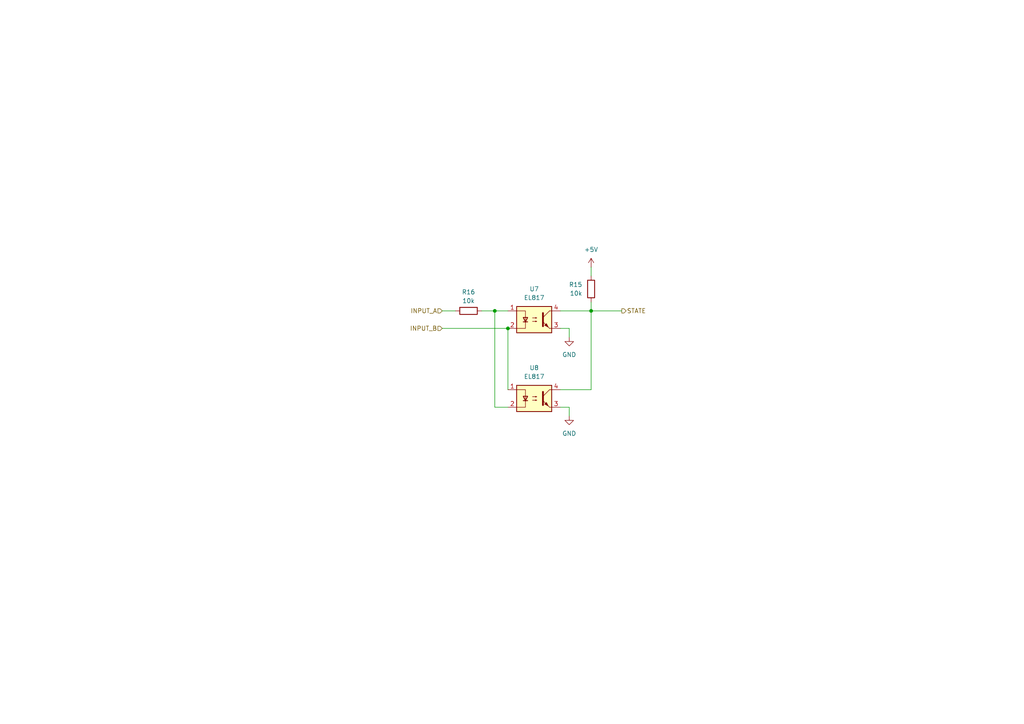
<source format=kicad_sch>
(kicad_sch (version 20231120) (generator "eeschema") (generator_version "8.0")
  (paper "A4")
  (lib_symbols
    (symbol "Device:R" (pin_numbers hide) (pin_names (offset 0))
      (property "Reference" "R" (at 2.032 0 90))
      (property "Value" "R" (at 0 0 90))
      (symbol "R_0_1"
        (rectangle (start -1.016 -2.54) (end 1.016 2.54) (stroke (width 0.254)))
      )
      (symbol "R_1_1"
        (pin passive line (at 0 3.81 270) (length 1.27) (name "~") (number "1"))
        (pin passive line (at 0 -3.81 90) (length 1.27) (name "~") (number "2"))
      )
    )
    (symbol "Isolator:EL817" (pin_names (offset 1.016))
      (property "Reference" "U" (at -5.08 5.08 0))
      (property "Value" "EL817" (at 0 5.08 0))
      (symbol "EL817_0_1"
        (rectangle (start -5.08 3.81) (end 5.08 -3.81) (stroke (width 0.254)) (fill (type background)))
        (polyline (pts (xy -3.175 -0.635) (xy -1.905 -0.635)) (stroke (width 0.254)))
        (polyline (pts (xy 2.54 0.635) (xy 4.445 2.54)))
        (polyline (pts (xy 4.445 -2.54) (xy 2.54 -0.635)) (fill (type outline)))
        (polyline (pts (xy 4.445 -2.54) (xy 5.08 -2.54)))
        (polyline (pts (xy 4.445 2.54) (xy 5.08 2.54)))
        (polyline (pts (xy -5.08 2.54) (xy -2.54 2.54) (xy -2.54 -0.635)))
        (polyline (pts (xy -2.54 -0.635) (xy -2.54 -2.54) (xy -5.08 -2.54)))
        (polyline (pts (xy 2.54 1.905) (xy 2.54 -1.905) (xy 2.54 -1.905)) (stroke (width 0.508)))
        (polyline (pts (xy -2.54 -0.635) (xy -3.175 0.635) (xy -1.905 0.635) (xy -2.54 -0.635)) (stroke (width 0.254)))
        (polyline (pts (xy -0.508 -0.508) (xy 0.762 -0.508) (xy 0.381 -0.635) (xy 0.381 -0.381) (xy 0.762 -0.508)))
        (polyline (pts (xy -0.508 0.508) (xy 0.762 0.508) (xy 0.381 0.381) (xy 0.381 0.635) (xy 0.762 0.508)))
        (polyline (pts (xy 3.048 -1.651) (xy 3.556 -1.143) (xy 4.064 -2.159) (xy 3.048 -1.651) (xy 3.048 -1.651)) (fill (type outline)))
      )
      (symbol "EL817_1_1"
        (pin passive line (at -7.62 2.54 0) (length 2.54) (name "~") (number "1"))
        (pin passive line (at -7.62 -2.54 0) (length 2.54) (name "~") (number "2"))
        (pin passive line (at 7.62 -2.54 180) (length 2.54) (name "~") (number "3"))
        (pin passive line (at 7.62 2.54 180) (length 2.54) (name "~") (number "4"))
      )
    )
    (symbol "power:+5V" (power) (pin_numbers hide) (pin_names (offset 0) hide)
      (property "Value" "+5V" (at 0 3.556 0))
      (symbol "+5V_0_1"
        (polyline (pts (xy -0.762 1.27) (xy 0 2.54)))
        (polyline (pts (xy 0 0) (xy 0 2.54)))
        (polyline (pts (xy 0 2.54) (xy 0.762 1.27)))
      )
      (symbol "+5V_1_1"
        (pin power_in line (at 0 0 90) (length 0) (name "~") (number "1"))
      )
    )
    (symbol "power:GND" (power) (pin_numbers hide) (pin_names (offset 0) hide)
      (property "Value" "GND" (at 0 -3.81 0))
      (symbol "GND_0_1"
        (polyline (pts (xy 0 0) (xy 0 -1.27) (xy 1.27 -1.27) (xy 0 -2.54) (xy -1.27 -1.27) (xy 0 -1.27)))
      )
      (symbol "GND_1_1"
        (pin power_in line (at 0 0 270) (length 0) (name "~") (number "1"))
      )
    )
  )
  (junction (at 147.32 95.25))
  (junction (at 143.51 90.17))
  (junction (at 171.45 90.17))
  (wire (pts (xy 171.45 90.17) (xy 162.56 90.17)))
  (wire (pts (xy 165.1 118.11) (xy 162.56 118.11)))
  (wire (pts (xy 165.1 120.65) (xy 165.1 118.11)))
  (wire (pts (xy 171.45 80.01) (xy 171.45 77.47)))
  (wire (pts (xy 180.34 90.17) (xy 171.45 90.17)))
  (wire (pts (xy 143.51 90.17) (xy 147.32 90.17)))
  (wire (pts (xy 128.27 95.25) (xy 147.32 95.25)))
  (wire (pts (xy 139.7 90.17) (xy 143.51 90.17)))
  (wire (pts (xy 171.45 87.63) (xy 171.45 90.17)))
  (wire (pts (xy 165.1 95.25) (xy 162.56 95.25)))
  (wire (pts (xy 143.51 118.11) (xy 143.51 90.17)))
  (wire (pts (xy 147.32 95.25) (xy 147.32 113.03)))
  (wire (pts (xy 128.27 90.17) (xy 132.08 90.17)))
  (wire (pts (xy 147.32 118.11) (xy 143.51 118.11)))
  (wire (pts (xy 162.56 113.03) (xy 171.45 113.03)))
  (wire (pts (xy 171.45 113.03) (xy 171.45 90.17)))
  (wire (pts (xy 165.1 97.79) (xy 165.1 95.25)))
  (hierarchical_label "STATE" (shape output) (at 180.34 90.17 0))
  (hierarchical_label "INPUT_B" (shape input) (at 128.27 95.25 180))
  (hierarchical_label "INPUT_A" (shape input) (at 128.27 90.17 180))
  (symbol (lib_id "Isolator:EL817") (at 154.94 92.71 0) (unit 1)
    (property "Reference" "U7" (at 154.94 83.82 0))
    (property "Value" "EL817" (at 154.94 86.36 0))
    (property "Footprint" "Package_DIP:DIP-4_W7.62mm_SMDSocket_SmallPads" (effects (hide yes)))
    (property "Datasheet" "http://www.everlight.com/file/ProductFile/EL817.pdf" (effects (hide yes)))
    (property "Description" "DC Optocoupler, Vce 35V, DIP-4" (effects (hide yes)))
  )
  (symbol (lib_id "Isolator:EL817") (at 154.94 115.57 0) (unit 1)
    (property "Reference" "U8" (at 154.94 106.68 0))
    (property "Value" "EL817" (at 154.94 109.22 0))
    (property "Footprint" "Package_DIP:DIP-4_W7.62mm_SMDSocket_SmallPads" (effects (hide yes)))
    (property "Datasheet" "http://www.everlight.com/file/ProductFile/EL817.pdf" (effects (hide yes)))
    (property "Description" "DC Optocoupler, Vce 35V, DIP-4" (effects (hide yes)))
  )
  (symbol (lib_id "power:+5V") (at 171.45 77.47 0) (mirror y) (unit 1)
    (property "Reference" "#PWR031" (effects (hide yes)))
    (property "Value" "+5V" (at 171.45 72.39 0))
    (property "Description" "Power symbol creates a global label with name \"+5V\"" (effects (hide yes)))
  )
  (symbol (lib_id "Device:R") (at 135.89 90.17 90) (mirror x) (unit 1)
    (property "Reference" "R16" (at 135.89 84.7155 90))
    (property "Value" "10k" (at 135.89 87.2555 90))
    (property "Footprint" "Resistor_SMD:R_0805_2012Metric_Pad1.20x1.40mm_HandSolder" (effects (hide yes)))
    (property "Description" "Resistor" (effects (hide yes)))
  )
  (symbol (lib_id "Device:R") (at 171.45 83.82 0) (mirror y) (unit 1)
    (property "Reference" "R15" (at 168.91 82.5499 0) (effects (justify left)))
    (property "Value" "10k" (at 168.91 85.0899 0) (effects (justify left)))
    (property "Footprint" "Resistor_SMD:R_0805_2012Metric_Pad1.20x1.40mm_HandSolder" (effects (hide yes)))
    (property "Description" "Resistor" (effects (hide yes)))
  )
  (symbol (lib_id "power:GND") (at 165.1 120.65 0) (mirror y) (unit 1)
    (property "Reference" "#PWR030" (effects (hide yes)))
    (property "Value" "GND" (at 165.1 125.73 0))
    (property "Description" "Power symbol creates a global label with name \"GND\" , ground" (effects (hide yes)))
  )
  (symbol (lib_id "power:GND") (at 165.1 97.79 0) (mirror y) (unit 1)
    (property "Reference" "#PWR029" (effects (hide yes)))
    (property "Value" "GND" (at 165.1 102.87 0))
    (property "Description" "Power symbol creates a global label with name \"GND\" , ground" (effects (hide yes)))
  )
)
</source>
